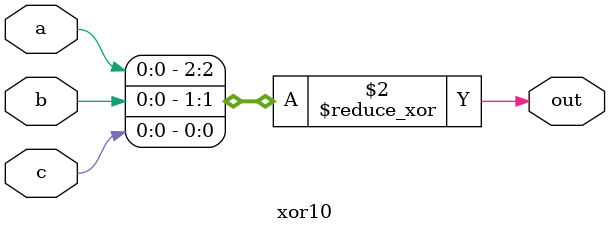
<source format=v>
module xor10 (
  input a,
  input b,
  input c,
  output reg out
);

    always @(*) begin
        out = (^{a,b,c}); // XNOR using built-in operator
    end
    
    
endmodule

</source>
